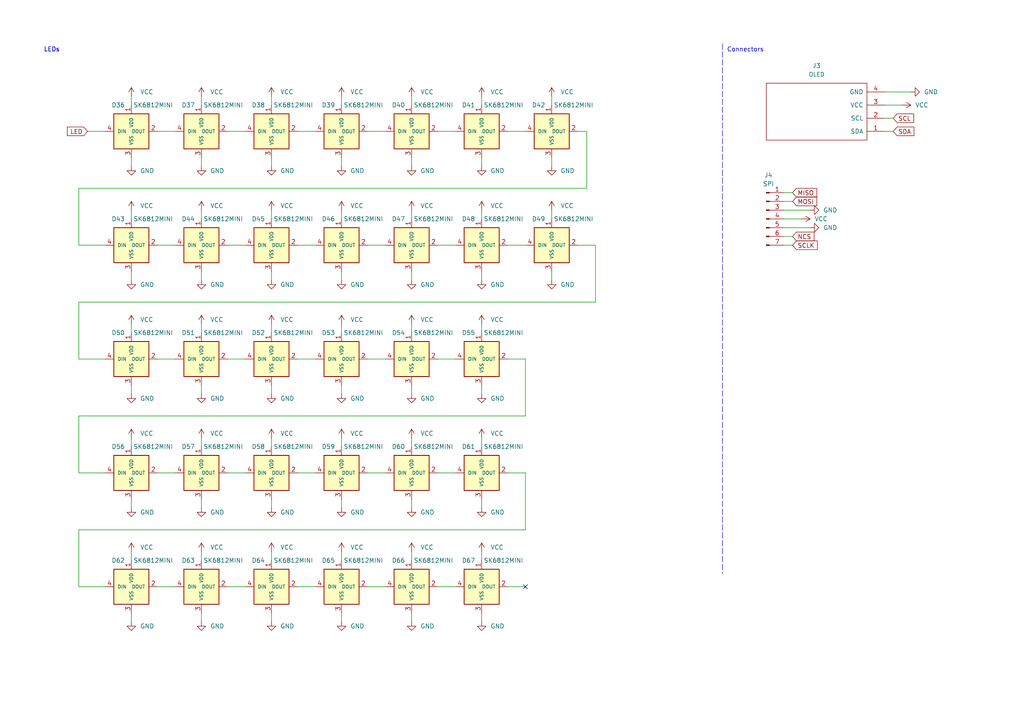
<source format=kicad_sch>
(kicad_sch (version 20211123) (generator eeschema)
  (paper "A4")
  (lib_symbols
    (symbol "ma8ic_split_69:Conn_01x07_Male" (pin_names (offset 1.016) hide)
      (property "Reference" "J" (at 0 10.16 0))
      (property "Value" "Conn_01x07_Male" (at 0 -10.16 0))
      (symbol "Conn_01x07_Male_1_1"
        (polyline (pts (xy 1.27 -7.62) (xy 0.8636 -7.62)) (stroke (width 0.1524)))
        (polyline (pts (xy 1.27 -5.08) (xy 0.8636 -5.08)) (stroke (width 0.1524)))
        (polyline (pts (xy 1.27 -2.54) (xy 0.8636 -2.54)) (stroke (width 0.1524)))
        (polyline (pts (xy 1.27 0) (xy 0.8636 0)) (stroke (width 0.1524)))
        (polyline (pts (xy 1.27 2.54) (xy 0.8636 2.54)) (stroke (width 0.1524)))
        (polyline (pts (xy 1.27 5.08) (xy 0.8636 5.08)) (stroke (width 0.1524)))
        (polyline (pts (xy 1.27 7.62) (xy 0.8636 7.62)) (stroke (width 0.1524)))
        (rectangle (start 0.8636 -7.493) (end 0 -7.747) (stroke (width 0.1524)) (fill (type outline)))
        (rectangle (start 0.8636 -4.953) (end 0 -5.207) (stroke (width 0.1524)) (fill (type outline)))
        (rectangle (start 0.8636 -2.413) (end 0 -2.667) (stroke (width 0.1524)) (fill (type outline)))
        (rectangle (start 0.8636 0.127) (end 0 -0.127) (stroke (width 0.1524)) (fill (type outline)))
        (rectangle (start 0.8636 2.667) (end 0 2.413) (stroke (width 0.1524)) (fill (type outline)))
        (rectangle (start 0.8636 5.207) (end 0 4.953) (stroke (width 0.1524)) (fill (type outline)))
        (rectangle (start 0.8636 7.747) (end 0 7.493) (stroke (width 0.1524)) (fill (type outline)))
        (pin passive line (at 5.08 7.62 180) (length 3.81) (name "Pin_1") (number "1"))
        (pin passive line (at 5.08 5.08 180) (length 3.81) (name "Pin_2") (number "2"))
        (pin passive line (at 5.08 2.54 180) (length 3.81) (name "Pin_3") (number "3"))
        (pin passive line (at 5.08 0 180) (length 3.81) (name "Pin_4") (number "4"))
        (pin passive line (at 5.08 -2.54 180) (length 3.81) (name "Pin_5") (number "5"))
        (pin passive line (at 5.08 -5.08 180) (length 3.81) (name "Pin_6") (number "6"))
        (pin passive line (at 5.08 -7.62 180) (length 3.81) (name "Pin_7") (number "7"))
      )
    )
    (symbol "ma8ic_split_69:GND" (power) (pin_names (offset 0))
      (property "Value" "GND" (at 0 -3.81 0))
      (symbol "GND_0_1"
        (polyline (pts (xy 0 0) (xy 0 -1.27) (xy 1.27 -1.27) (xy 0 -2.54) (xy -1.27 -1.27) (xy 0 -1.27)))
      )
      (symbol "GND_1_1"
        (pin power_in line (at 0 0 270) (length 0) hide (name "GND") (number "1"))
      )
    )
    (symbol "ma8ic_split_69:OLED" (pin_names (offset 1.016))
      (property "Reference" "J" (at 0 2.54 0))
      (property "Value" "OLED" (at 0 -1.27 0))
      (symbol "OLED_0_1"
        (rectangle (start -13.97 8.89) (end 15.24 -7.62))
      )
      (symbol "OLED_1_1"
        (pin bidirectional line (at -19.05 6.35 0) (length 5.08) (name "SDA") (number "1"))
        (pin bidirectional line (at -19.05 2.54 0) (length 5.08) (name "SCL") (number "2"))
        (pin power_in line (at -19.05 -1.27 0) (length 5.08) (name "VCC") (number "3"))
        (pin power_in line (at -19.05 -5.08 0) (length 5.08) (name "GND") (number "4"))
      )
    )
    (symbol "ma8ic_split_69:VCC" (power) (pin_names (offset 0))
      (property "Value" "VCC" (at 0 3.81 0))
      (symbol "VCC_0_1"
        (polyline (pts (xy -0.762 1.27) (xy 0 2.54)))
        (polyline (pts (xy 0 0) (xy 0 2.54)))
        (polyline (pts (xy 0 2.54) (xy 0.762 1.27)))
      )
      (symbol "VCC_1_1"
        (pin power_in line (at 0 0 90) (length 0) hide (name "VCC") (number "1"))
      )
    )
    (symbol "ma8ic_split_69:YS-SK6812MINI-E" (pin_names (offset 1.016))
      (property "Reference" "LED" (at 2.54 -7.62 0))
      (property "Value" "YS-SK6812MINI-E" (at 6.35 -6.35 0))
      (symbol "YS-SK6812MINI-E_0_1"
        (rectangle (start -5.08 5.08) (end 5.08 -5.08) (stroke (width 0.254)) (fill (type background)))
      )
      (symbol "YS-SK6812MINI-E_1_1"
        (pin power_in line (at 0 7.62 270) (length 2.54) (name "VDD") (number "1"))
        (pin output line (at 7.62 0 180) (length 2.54) (name "DOUT") (number "2"))
        (pin power_in line (at 0 -7.62 90) (length 2.54) (name "VSS") (number "3"))
        (pin input line (at -7.62 0 0) (length 2.54) (name "DIN") (number "4"))
      )
    )
  )
  (no_connect (at 152.4 170.18))
  (wire (pts (xy 45.72 38.1) (xy 50.8 38.1)))
  (wire (pts (xy 139.7 177.8) (xy 139.7 180.34)))
  (wire (pts (xy 256.54 34.29) (xy 259.08 34.29)))
  (wire (pts (xy 119.38 111.76) (xy 119.38 114.3)))
  (wire (pts (xy 22.86 137.16) (xy 30.48 137.16)))
  (wire (pts (xy 58.42 144.78) (xy 58.42 147.32)))
  (wire (pts (xy 22.86 104.14) (xy 30.48 104.14)))
  (wire (pts (xy 139.7 93.98) (xy 139.7 96.52)))
  (wire (pts (xy 66.04 71.12) (xy 71.12 71.12)))
  (wire (pts (xy 139.7 45.72) (xy 139.7 48.26)))
  (wire (pts (xy 58.42 127) (xy 58.42 129.54)))
  (wire (pts (xy 106.68 104.14) (xy 111.76 104.14)))
  (wire (pts (xy 66.04 137.16) (xy 71.12 137.16)))
  (wire (pts (xy 86.36 170.18) (xy 91.44 170.18)))
  (wire (pts (xy 227.33 60.96) (xy 234.95 60.96)))
  (wire (pts (xy 78.74 78.74) (xy 78.74 81.28)))
  (wire (pts (xy 106.68 137.16) (xy 111.76 137.16)))
  (wire (pts (xy 119.38 27.94) (xy 119.38 30.48)))
  (wire (pts (xy 78.74 27.94) (xy 78.74 30.48)))
  (wire (pts (xy 170.18 38.1) (xy 170.18 54.61)))
  (wire (pts (xy 99.06 60.96) (xy 99.06 63.5)))
  (wire (pts (xy 227.33 58.42) (xy 229.87 58.42)))
  (wire (pts (xy 58.42 60.96) (xy 58.42 63.5)))
  (wire (pts (xy 86.36 71.12) (xy 91.44 71.12)))
  (wire (pts (xy 147.32 71.12) (xy 152.4 71.12)))
  (wire (pts (xy 256.54 26.67) (xy 264.16 26.67)))
  (wire (pts (xy 99.06 27.94) (xy 99.06 30.48)))
  (wire (pts (xy 86.36 104.14) (xy 91.44 104.14)))
  (wire (pts (xy 99.06 160.02) (xy 99.06 162.56)))
  (wire (pts (xy 78.74 127) (xy 78.74 129.54)))
  (wire (pts (xy 139.7 111.76) (xy 139.7 114.3)))
  (wire (pts (xy 66.04 170.18) (xy 71.12 170.18)))
  (wire (pts (xy 38.1 93.98) (xy 38.1 96.52)))
  (wire (pts (xy 256.54 38.1) (xy 259.08 38.1)))
  (wire (pts (xy 45.72 71.12) (xy 50.8 71.12)))
  (wire (pts (xy 78.74 60.96) (xy 78.74 63.5)))
  (wire (pts (xy 38.1 127) (xy 38.1 129.54)))
  (wire (pts (xy 38.1 45.72) (xy 38.1 48.26)))
  (wire (pts (xy 22.86 120.65) (xy 22.86 137.16)))
  (wire (pts (xy 99.06 177.8) (xy 99.06 180.34)))
  (wire (pts (xy 25.4 38.1) (xy 30.48 38.1)))
  (wire (pts (xy 167.64 71.12) (xy 172.72 71.12)))
  (wire (pts (xy 99.06 78.74) (xy 99.06 81.28)))
  (wire (pts (xy 22.86 71.12) (xy 30.48 71.12)))
  (wire (pts (xy 58.42 160.02) (xy 58.42 162.56)))
  (wire (pts (xy 127 170.18) (xy 132.08 170.18)))
  (wire (pts (xy 99.06 45.72) (xy 99.06 48.26)))
  (wire (pts (xy 38.1 60.96) (xy 38.1 63.5)))
  (wire (pts (xy 160.02 45.72) (xy 160.02 48.26)))
  (wire (pts (xy 22.86 87.63) (xy 22.86 104.14)))
  (wire (pts (xy 58.42 45.72) (xy 58.42 48.26)))
  (wire (pts (xy 38.1 111.76) (xy 38.1 114.3)))
  (wire (pts (xy 99.06 127) (xy 99.06 129.54)))
  (wire (pts (xy 139.7 160.02) (xy 139.7 162.56)))
  (wire (pts (xy 139.7 127) (xy 139.7 129.54)))
  (wire (pts (xy 106.68 38.1) (xy 111.76 38.1)))
  (wire (pts (xy 119.38 127) (xy 119.38 129.54)))
  (wire (pts (xy 139.7 60.96) (xy 139.7 63.5)))
  (wire (pts (xy 172.72 71.12) (xy 172.72 87.63)))
  (wire (pts (xy 45.72 104.14) (xy 50.8 104.14)))
  (polyline (pts (xy 209.55 12.7) (xy 209.55 166.37)))
  (wire (pts (xy 147.32 104.14) (xy 152.4 104.14)))
  (wire (pts (xy 147.32 38.1) (xy 152.4 38.1)))
  (wire (pts (xy 152.4 120.65) (xy 22.86 120.65)))
  (wire (pts (xy 227.33 55.88) (xy 229.87 55.88)))
  (wire (pts (xy 45.72 137.16) (xy 50.8 137.16)))
  (wire (pts (xy 78.74 93.98) (xy 78.74 96.52)))
  (wire (pts (xy 152.4 153.67) (xy 22.86 153.67)))
  (wire (pts (xy 119.38 160.02) (xy 119.38 162.56)))
  (wire (pts (xy 127 104.14) (xy 132.08 104.14)))
  (wire (pts (xy 127 71.12) (xy 132.08 71.12)))
  (wire (pts (xy 78.74 177.8) (xy 78.74 180.34)))
  (wire (pts (xy 86.36 137.16) (xy 91.44 137.16)))
  (wire (pts (xy 160.02 27.94) (xy 160.02 30.48)))
  (wire (pts (xy 147.32 170.18) (xy 152.4 170.18)))
  (wire (pts (xy 160.02 60.96) (xy 160.02 63.5)))
  (wire (pts (xy 119.38 144.78) (xy 119.38 147.32)))
  (wire (pts (xy 227.33 63.5) (xy 232.41 63.5)))
  (wire (pts (xy 78.74 160.02) (xy 78.74 162.56)))
  (wire (pts (xy 106.68 170.18) (xy 111.76 170.18)))
  (wire (pts (xy 119.38 93.98) (xy 119.38 96.52)))
  (wire (pts (xy 127 38.1) (xy 132.08 38.1)))
  (wire (pts (xy 119.38 78.74) (xy 119.38 81.28)))
  (wire (pts (xy 119.38 45.72) (xy 119.38 48.26)))
  (wire (pts (xy 170.18 54.61) (xy 22.86 54.61)))
  (wire (pts (xy 99.06 111.76) (xy 99.06 114.3)))
  (wire (pts (xy 38.1 160.02) (xy 38.1 162.56)))
  (wire (pts (xy 256.54 30.48) (xy 261.62 30.48)))
  (wire (pts (xy 22.86 170.18) (xy 30.48 170.18)))
  (wire (pts (xy 78.74 111.76) (xy 78.74 114.3)))
  (wire (pts (xy 139.7 144.78) (xy 139.7 147.32)))
  (wire (pts (xy 119.38 177.8) (xy 119.38 180.34)))
  (wire (pts (xy 86.36 38.1) (xy 91.44 38.1)))
  (wire (pts (xy 152.4 137.16) (xy 152.4 153.67)))
  (wire (pts (xy 58.42 177.8) (xy 58.42 180.34)))
  (wire (pts (xy 58.42 27.94) (xy 58.42 30.48)))
  (wire (pts (xy 99.06 144.78) (xy 99.06 147.32)))
  (wire (pts (xy 22.86 153.67) (xy 22.86 170.18)))
  (wire (pts (xy 66.04 104.14) (xy 71.12 104.14)))
  (wire (pts (xy 227.33 71.12) (xy 229.87 71.12)))
  (wire (pts (xy 106.68 71.12) (xy 111.76 71.12)))
  (wire (pts (xy 38.1 78.74) (xy 38.1 81.28)))
  (wire (pts (xy 152.4 104.14) (xy 152.4 120.65)))
  (wire (pts (xy 78.74 144.78) (xy 78.74 147.32)))
  (wire (pts (xy 78.74 45.72) (xy 78.74 48.26)))
  (wire (pts (xy 139.7 78.74) (xy 139.7 81.28)))
  (wire (pts (xy 127 137.16) (xy 132.08 137.16)))
  (wire (pts (xy 45.72 170.18) (xy 50.8 170.18)))
  (wire (pts (xy 227.33 66.04) (xy 234.95 66.04)))
  (wire (pts (xy 139.7 27.94) (xy 139.7 30.48)))
  (wire (pts (xy 22.86 54.61) (xy 22.86 71.12)))
  (wire (pts (xy 38.1 27.94) (xy 38.1 30.48)))
  (wire (pts (xy 38.1 177.8) (xy 38.1 180.34)))
  (wire (pts (xy 58.42 111.76) (xy 58.42 114.3)))
  (wire (pts (xy 58.42 93.98) (xy 58.42 96.52)))
  (wire (pts (xy 227.33 68.58) (xy 229.87 68.58)))
  (wire (pts (xy 172.72 87.63) (xy 22.86 87.63)))
  (wire (pts (xy 167.64 38.1) (xy 170.18 38.1)))
  (wire (pts (xy 38.1 144.78) (xy 38.1 147.32)))
  (wire (pts (xy 147.32 137.16) (xy 152.4 137.16)))
  (wire (pts (xy 58.42 78.74) (xy 58.42 81.28)))
  (wire (pts (xy 99.06 93.98) (xy 99.06 96.52)))
  (wire (pts (xy 119.38 60.96) (xy 119.38 63.5)))
  (wire (pts (xy 66.04 38.1) (xy 71.12 38.1)))
  (wire (pts (xy 160.02 78.74) (xy 160.02 81.28)))
  (text "LEDs" (at 12.7 15.24 0) (effects (font (size 1.27 1.27)) (justify left bottom)))
  (text "LEDs" (at 12.7 15.24 0) (effects (font (size 1.27 1.27)) (justify left bottom)))
  (text "Connectors" (at 210.82 15.24 0) (effects (font (size 1.27 1.27)) (justify left bottom)))
  (global_label "SCLK" (shape input) (at 229.87 71.12 0) (property "Intersheet References" "${INTERSHEET_REFS}" (effects hide)))
  (global_label "SCL" (shape input) (at 259.08 34.29 0) (property "Intersheet References" "${INTERSHEET_REFS}" (effects hide)))
  (global_label "NCS" (shape input) (at 229.87 68.58 0) (property "Intersheet References" "${INTERSHEET_REFS}" (effects hide)))
  (global_label "MOSI" (shape input) (at 229.87 58.42 0) (property "Intersheet References" "${INTERSHEET_REFS}" (effects hide)))
  (global_label "LED" (shape input) (at 25.4 38.1 180) (property "Intersheet References" "${INTERSHEET_REFS}" (effects hide)))
  (global_label "MISO" (shape input) (at 229.87 55.88 0) (property "Intersheet References" "${INTERSHEET_REFS}" (effects hide)))
  (global_label "SDA" (shape input) (at 259.08 38.1 0) (property "Intersheet References" "${INTERSHEET_REFS}" (effects hide)))
  (symbol (lib_id "ma8ic_split_69:VCC") (at 38.1 160.02 0) (unit 1)
    (property "Reference" "#PWR087" (effects hide))
    (property "Value" "VCC" (at 40.64 158.7499 0) (effects (justify left)))
  )
  (symbol (lib_id "ma8ic_split_69:YS-SK6812MINI-E") (at 99.06 104.14 0) (unit 1)
    (property "Reference" "D53" (at 95.25 96.52 0))
    (property "Value" "SK6812MINI" (at 105.41 96.52 0))
    (property "Footprint" "ma8ic_split_69:YS-SK6812MINI-E" (effects hide))
    (property "Datasheet" "https://cdn-shop.adafruit.com/product-files/2686/SK6812MINI_REV.01-1-2.pdf" (effects hide))
    (property "LCSC" "C5149201" (effects hide))
  )
  (symbol (lib_id "ma8ic_split_69:VCC") (at 78.74 127 0) (unit 1)
    (property "Reference" "#PWR077" (effects hide))
    (property "Value" "VCC" (at 81.28 125.7299 0) (effects (justify left)))
  )
  (symbol (lib_id "ma8ic_split_69:GND") (at 119.38 48.26 0) (unit 1)
    (property "Reference" "#PWR043" (effects hide))
    (property "Value" "GND" (at 121.92 49.5299 0) (effects (justify left)))
  )
  (symbol (lib_id "ma8ic_split_69:GND") (at 99.06 180.34 0) (unit 1)
    (property "Reference" "#PWR096" (effects hide))
    (property "Value" "GND" (at 101.6 181.6099 0) (effects (justify left)))
  )
  (symbol (lib_id "ma8ic_split_69:GND") (at 58.42 147.32 0) (unit 1)
    (property "Reference" "#PWR082" (effects hide))
    (property "Value" "GND" (at 60.96 148.5899 0) (effects (justify left)))
  )
  (symbol (lib_id "ma8ic_split_69:GND") (at 58.42 114.3 0) (unit 1)
    (property "Reference" "#PWR070" (effects hide))
    (property "Value" "GND" (at 60.96 115.5699 0) (effects (justify left)))
  )
  (symbol (lib_id "ma8ic_split_69:GND") (at 234.95 60.96 90) (unit 1)
    (property "Reference" "#PWR053" (effects hide))
    (property "Value" "GND" (at 238.76 60.9599 90) (effects (justify right)))
  )
  (symbol (lib_id "ma8ic_split_69:VCC") (at 58.42 60.96 0) (unit 1)
    (property "Reference" "#PWR047" (effects hide))
    (property "Value" "VCC" (at 60.96 59.6899 0) (effects (justify left)))
  )
  (symbol (lib_id "ma8ic_split_69:GND") (at 78.74 48.26 0) (unit 1)
    (property "Reference" "#PWR041" (effects hide))
    (property "Value" "GND" (at 81.28 49.5299 0) (effects (justify left)))
  )
  (symbol (lib_id "ma8ic_split_69:YS-SK6812MINI-E") (at 139.7 38.1 0) (unit 1)
    (property "Reference" "D41" (at 135.89 30.48 0))
    (property "Value" "SK6812MINI" (at 146.05 30.48 0))
    (property "Footprint" "ma8ic_split_69:YS-SK6812MINI-E" (effects hide))
    (property "Datasheet" "https://cdn-shop.adafruit.com/product-files/2686/SK6812MINI_REV.01-1-2.pdf" (effects hide))
    (property "LCSC" "C5149201" (effects hide))
  )
  (symbol (lib_id "ma8ic_split_69:YS-SK6812MINI-E") (at 119.38 137.16 0) (unit 1)
    (property "Reference" "D60" (at 115.57 129.54 0))
    (property "Value" "SK6812MINI" (at 125.73 129.54 0))
    (property "Footprint" "ma8ic_split_69:YS-SK6812MINI-E" (effects hide))
    (property "Datasheet" "https://cdn-shop.adafruit.com/product-files/2686/SK6812MINI_REV.01-1-2.pdf" (effects hide))
    (property "LCSC" "C5149201" (effects hide))
  )
  (symbol (lib_id "ma8ic_split_69:GND") (at 78.74 81.28 0) (unit 1)
    (property "Reference" "#PWR058" (effects hide))
    (property "Value" "GND" (at 81.28 82.5499 0) (effects (justify left)))
  )
  (symbol (lib_id "ma8ic_split_69:VCC") (at 99.06 60.96 0) (unit 1)
    (property "Reference" "#PWR049" (effects hide))
    (property "Value" "VCC" (at 101.6 59.6899 0) (effects (justify left)))
  )
  (symbol (lib_id "ma8ic_split_69:VCC") (at 38.1 127 0) (unit 1)
    (property "Reference" "#PWR075" (effects hide))
    (property "Value" "VCC" (at 40.64 125.7299 0) (effects (justify left)))
  )
  (symbol (lib_id "ma8ic_split_69:YS-SK6812MINI-E") (at 139.7 71.12 0) (unit 1)
    (property "Reference" "D48" (at 135.89 63.5 0))
    (property "Value" "SK6812MINI" (at 146.05 63.5 0))
    (property "Footprint" "ma8ic_split_69:YS-SK6812MINI-E" (effects hide))
    (property "Datasheet" "https://cdn-shop.adafruit.com/product-files/2686/SK6812MINI_REV.01-1-2.pdf" (effects hide))
    (property "LCSC" "C5149201" (effects hide))
  )
  (symbol (lib_id "ma8ic_split_69:GND") (at 139.7 147.32 0) (unit 1)
    (property "Reference" "#PWR086" (effects hide))
    (property "Value" "GND" (at 142.24 148.5899 0) (effects (justify left)))
  )
  (symbol (lib_id "ma8ic_split_69:GND") (at 99.06 81.28 0) (unit 1)
    (property "Reference" "#PWR059" (effects hide))
    (property "Value" "GND" (at 101.6 82.5499 0) (effects (justify left)))
  )
  (symbol (lib_id "ma8ic_split_69:GND") (at 139.7 114.3 0) (unit 1)
    (property "Reference" "#PWR074" (effects hide))
    (property "Value" "GND" (at 142.24 115.5699 0) (effects (justify left)))
  )
  (symbol (lib_id "ma8ic_split_69:VCC") (at 261.62 30.48 270) (unit 1)
    (property "Reference" "#PWR038" (effects hide))
    (property "Value" "VCC" (at 265.43 30.4799 90) (effects (justify left)))
  )
  (symbol (lib_id "ma8ic_split_69:YS-SK6812MINI-E") (at 78.74 71.12 0) (unit 1)
    (property "Reference" "D45" (at 74.93 63.5 0))
    (property "Value" "SK6812MINI" (at 85.09 63.5 0))
    (property "Footprint" "ma8ic_split_69:YS-SK6812MINI-E" (effects hide))
    (property "Datasheet" "https://cdn-shop.adafruit.com/product-files/2686/SK6812MINI_REV.01-1-2.pdf" (effects hide))
    (property "LCSC" "C5149201" (effects hide))
  )
  (symbol (lib_id "ma8ic_split_69:GND") (at 119.38 147.32 0) (unit 1)
    (property "Reference" "#PWR085" (effects hide))
    (property "Value" "GND" (at 121.92 148.5899 0) (effects (justify left)))
  )
  (symbol (lib_id "ma8ic_split_69:GND") (at 58.42 48.26 0) (unit 1)
    (property "Reference" "#PWR040" (effects hide))
    (property "Value" "GND" (at 60.96 49.5299 0) (effects (justify left)))
  )
  (symbol (lib_id "ma8ic_split_69:YS-SK6812MINI-E") (at 58.42 104.14 0) (unit 1)
    (property "Reference" "D51" (at 54.61 96.52 0))
    (property "Value" "SK6812MINI" (at 64.77 96.52 0))
    (property "Footprint" "ma8ic_split_69:YS-SK6812MINI-E" (effects hide))
    (property "Datasheet" "https://cdn-shop.adafruit.com/product-files/2686/SK6812MINI_REV.01-1-2.pdf" (effects hide))
    (property "LCSC" "C5149201" (effects hide))
  )
  (symbol (lib_id "ma8ic_split_69:YS-SK6812MINI-E") (at 139.7 104.14 0) (unit 1)
    (property "Reference" "D55" (at 135.89 96.52 0))
    (property "Value" "SK6812MINI" (at 146.05 96.52 0))
    (property "Footprint" "ma8ic_split_69:YS-SK6812MINI-E" (effects hide))
    (property "Datasheet" "https://cdn-shop.adafruit.com/product-files/2686/SK6812MINI_REV.01-1-2.pdf" (effects hide))
    (property "LCSC" "C5149201" (effects hide))
  )
  (symbol (lib_id "ma8ic_split_69:GND") (at 139.7 180.34 0) (unit 1)
    (property "Reference" "#PWR098" (effects hide))
    (property "Value" "GND" (at 142.24 181.6099 0) (effects (justify left)))
  )
  (symbol (lib_id "ma8ic_split_69:YS-SK6812MINI-E") (at 38.1 104.14 0) (unit 1)
    (property "Reference" "D50" (at 34.29 96.52 0))
    (property "Value" "SK6812MINI" (at 44.45 96.52 0))
    (property "Footprint" "ma8ic_split_69:YS-SK6812MINI-E" (effects hide))
    (property "Datasheet" "https://cdn-shop.adafruit.com/product-files/2686/SK6812MINI_REV.01-1-2.pdf" (effects hide))
    (property "LCSC" "C5149201" (effects hide))
  )
  (symbol (lib_id "ma8ic_split_69:YS-SK6812MINI-E") (at 139.7 137.16 0) (unit 1)
    (property "Reference" "D61" (at 135.89 129.54 0))
    (property "Value" "SK6812MINI" (at 146.05 129.54 0))
    (property "Footprint" "ma8ic_split_69:YS-SK6812MINI-E" (effects hide))
    (property "Datasheet" "https://cdn-shop.adafruit.com/product-files/2686/SK6812MINI_REV.01-1-2.pdf" (effects hide))
    (property "LCSC" "C5149201" (effects hide))
  )
  (symbol (lib_id "ma8ic_split_69:GND") (at 160.02 48.26 0) (unit 1)
    (property "Reference" "#PWR045" (effects hide))
    (property "Value" "GND" (at 162.56 49.5299 0) (effects (justify left)))
  )
  (symbol (lib_id "ma8ic_split_69:VCC") (at 119.38 60.96 0) (unit 1)
    (property "Reference" "#PWR050" (effects hide))
    (property "Value" "VCC" (at 121.92 59.6899 0) (effects (justify left)))
  )
  (symbol (lib_id "ma8ic_split_69:VCC") (at 119.38 27.94 0) (unit 1)
    (property "Reference" "#PWR035" (effects hide))
    (property "Value" "VCC" (at 121.92 26.6699 0) (effects (justify left)))
  )
  (symbol (lib_id "ma8ic_split_69:GND") (at 38.1 114.3 0) (unit 1)
    (property "Reference" "#PWR069" (effects hide))
    (property "Value" "GND" (at 40.64 115.5699 0) (effects (justify left)))
  )
  (symbol (lib_id "ma8ic_split_69:GND") (at 38.1 147.32 0) (unit 1)
    (property "Reference" "#PWR081" (effects hide))
    (property "Value" "GND" (at 40.64 148.5899 0) (effects (justify left)))
  )
  (symbol (lib_id "ma8ic_split_69:YS-SK6812MINI-E") (at 58.42 71.12 0) (unit 1)
    (property "Reference" "D44" (at 54.61 63.5 0))
    (property "Value" "SK6812MINI" (at 64.77 63.5 0))
    (property "Footprint" "ma8ic_split_69:YS-SK6812MINI-E" (effects hide))
    (property "Datasheet" "https://cdn-shop.adafruit.com/product-files/2686/SK6812MINI_REV.01-1-2.pdf" (effects hide))
    (property "LCSC" "C5149201" (effects hide))
  )
  (symbol (lib_id "ma8ic_split_69:GND") (at 139.7 81.28 0) (unit 1)
    (property "Reference" "#PWR061" (effects hide))
    (property "Value" "GND" (at 142.24 82.5499 0) (effects (justify left)))
  )
  (symbol (lib_id "ma8ic_split_69:VCC") (at 119.38 93.98 0) (unit 1)
    (property "Reference" "#PWR067" (effects hide))
    (property "Value" "VCC" (at 121.92 92.7099 0) (effects (justify left)))
  )
  (symbol (lib_id "ma8ic_split_69:GND") (at 78.74 180.34 0) (unit 1)
    (property "Reference" "#PWR095" (effects hide))
    (property "Value" "GND" (at 81.28 181.6099 0) (effects (justify left)))
  )
  (symbol (lib_id "ma8ic_split_69:VCC") (at 58.42 160.02 0) (unit 1)
    (property "Reference" "#PWR088" (effects hide))
    (property "Value" "VCC" (at 60.96 158.7499 0) (effects (justify left)))
  )
  (symbol (lib_id "ma8ic_split_69:GND") (at 58.42 81.28 0) (unit 1)
    (property "Reference" "#PWR057" (effects hide))
    (property "Value" "GND" (at 60.96 82.5499 0) (effects (justify left)))
  )
  (symbol (lib_id "ma8ic_split_69:YS-SK6812MINI-E") (at 119.38 104.14 0) (unit 1)
    (property "Reference" "D54" (at 115.57 96.52 0))
    (property "Value" "SK6812MINI" (at 125.73 96.52 0))
    (property "Footprint" "ma8ic_split_69:YS-SK6812MINI-E" (effects hide))
    (property "Datasheet" "https://cdn-shop.adafruit.com/product-files/2686/SK6812MINI_REV.01-1-2.pdf" (effects hide))
    (property "LCSC" "C5149201" (effects hide))
  )
  (symbol (lib_id "ma8ic_split_69:VCC") (at 78.74 27.94 0) (unit 1)
    (property "Reference" "#PWR033" (effects hide))
    (property "Value" "VCC" (at 81.28 26.6699 0) (effects (justify left)))
  )
  (symbol (lib_id "ma8ic_split_69:VCC") (at 232.41 63.5 270) (unit 1)
    (property "Reference" "#PWR054" (effects hide))
    (property "Value" "VCC" (at 236.22 63.4999 90) (effects (justify left)))
  )
  (symbol (lib_id "ma8ic_split_69:GND") (at 234.95 66.04 90) (unit 1)
    (property "Reference" "#PWR055" (effects hide))
    (property "Value" "GND" (at 238.76 66.0399 90) (effects (justify right)))
  )
  (symbol (lib_id "ma8ic_split_69:YS-SK6812MINI-E") (at 139.7 170.18 0) (unit 1)
    (property "Reference" "D67" (at 135.89 162.56 0))
    (property "Value" "SK6812MINI" (at 146.05 162.56 0))
    (property "Footprint" "ma8ic_split_69:YS-SK6812MINI-E" (effects hide))
    (property "Datasheet" "https://cdn-shop.adafruit.com/product-files/2686/SK6812MINI_REV.01-1-2.pdf" (effects hide))
    (property "LCSC" "C5149201" (effects hide))
  )
  (symbol (lib_id "ma8ic_split_69:VCC") (at 38.1 93.98 0) (unit 1)
    (property "Reference" "#PWR063" (effects hide))
    (property "Value" "VCC" (at 40.64 92.7099 0) (effects (justify left)))
  )
  (symbol (lib_id "ma8ic_split_69:GND") (at 119.38 81.28 0) (unit 1)
    (property "Reference" "#PWR060" (effects hide))
    (property "Value" "GND" (at 121.92 82.5499 0) (effects (justify left)))
  )
  (symbol (lib_id "ma8ic_split_69:YS-SK6812MINI-E") (at 58.42 38.1 0) (unit 1)
    (property "Reference" "D37" (at 54.61 30.48 0))
    (property "Value" "SK6812MINI" (at 64.77 30.48 0))
    (property "Footprint" "ma8ic_split_69:YS-SK6812MINI-E" (effects hide))
    (property "Datasheet" "https://cdn-shop.adafruit.com/product-files/2686/SK6812MINI_REV.01-1-2.pdf" (effects hide))
    (property "LCSC" "C5149201" (effects hide))
  )
  (symbol (lib_id "ma8ic_split_69:VCC") (at 58.42 127 0) (unit 1)
    (property "Reference" "#PWR076" (effects hide))
    (property "Value" "VCC" (at 60.96 125.7299 0) (effects (justify left)))
  )
  (symbol (lib_id "ma8ic_split_69:YS-SK6812MINI-E") (at 99.06 38.1 0) (unit 1)
    (property "Reference" "D39" (at 95.25 30.48 0))
    (property "Value" "SK6812MINI" (at 105.41 30.48 0))
    (property "Footprint" "ma8ic_split_69:YS-SK6812MINI-E" (effects hide))
    (property "Datasheet" "https://cdn-shop.adafruit.com/product-files/2686/SK6812MINI_REV.01-1-2.pdf" (effects hide))
    (property "LCSC" "C5149201" (effects hide))
  )
  (symbol (lib_id "ma8ic_split_69:YS-SK6812MINI-E") (at 119.38 170.18 0) (unit 1)
    (property "Reference" "D66" (at 115.57 162.56 0))
    (property "Value" "SK6812MINI" (at 125.73 162.56 0))
    (property "Footprint" "ma8ic_split_69:YS-SK6812MINI-E" (effects hide))
    (property "Datasheet" "https://cdn-shop.adafruit.com/product-files/2686/SK6812MINI_REV.01-1-2.pdf" (effects hide))
    (property "LCSC" "C5149201" (effects hide))
  )
  (symbol (lib_id "ma8ic_split_69:VCC") (at 99.06 127 0) (unit 1)
    (property "Reference" "#PWR078" (effects hide))
    (property "Value" "VCC" (at 101.6 125.7299 0) (effects (justify left)))
  )
  (symbol (lib_id "ma8ic_split_69:GND") (at 160.02 81.28 0) (unit 1)
    (property "Reference" "#PWR062" (effects hide))
    (property "Value" "GND" (at 162.56 82.5499 0) (effects (justify left)))
  )
  (symbol (lib_id "ma8ic_split_69:YS-SK6812MINI-E") (at 160.02 71.12 0) (unit 1)
    (property "Reference" "D49" (at 156.21 63.5 0))
    (property "Value" "SK6812MINI" (at 166.37 63.5 0))
    (property "Footprint" "ma8ic_split_69:YS-SK6812MINI-E" (effects hide))
    (property "Datasheet" "https://cdn-shop.adafruit.com/product-files/2686/SK6812MINI_REV.01-1-2.pdf" (effects hide))
    (property "LCSC" "C5149201" (effects hide))
  )
  (symbol (lib_id "ma8ic_split_69:YS-SK6812MINI-E") (at 99.06 71.12 0) (unit 1)
    (property "Reference" "D46" (at 95.25 63.5 0))
    (property "Value" "SK6812MINI" (at 105.41 63.5 0))
    (property "Footprint" "ma8ic_split_69:YS-SK6812MINI-E" (effects hide))
    (property "Datasheet" "https://cdn-shop.adafruit.com/product-files/2686/SK6812MINI_REV.01-1-2.pdf" (effects hide))
    (property "LCSC" "C5149201" (effects hide))
  )
  (symbol (lib_id "ma8ic_split_69:VCC") (at 78.74 93.98 0) (unit 1)
    (property "Reference" "#PWR065" (effects hide))
    (property "Value" "VCC" (at 81.28 92.7099 0) (effects (justify left)))
  )
  (symbol (lib_id "ma8ic_split_69:VCC") (at 99.06 27.94 0) (unit 1)
    (property "Reference" "#PWR034" (effects hide))
    (property "Value" "VCC" (at 101.6 26.6699 0) (effects (justify left)))
  )
  (symbol (lib_id "ma8ic_split_69:YS-SK6812MINI-E") (at 78.74 104.14 0) (unit 1)
    (property "Reference" "D52" (at 74.93 96.52 0))
    (property "Value" "SK6812MINI" (at 85.09 96.52 0))
    (property "Footprint" "ma8ic_split_69:YS-SK6812MINI-E" (effects hide))
    (property "Datasheet" "https://cdn-shop.adafruit.com/product-files/2686/SK6812MINI_REV.01-1-2.pdf" (effects hide))
    (property "LCSC" "C5149201" (effects hide))
  )
  (symbol (lib_id "ma8ic_split_69:VCC") (at 160.02 60.96 0) (unit 1)
    (property "Reference" "#PWR052" (effects hide))
    (property "Value" "VCC" (at 162.56 59.6899 0) (effects (justify left)))
  )
  (symbol (lib_id "ma8ic_split_69:OLED") (at 237.49 31.75 180) (unit 1)
    (property "Reference" "J3" (at 236.855 19.05 0) (effects (font (size 1.2954 1.2954))))
    (property "Value" "OLED" (at 236.855 21.59 0) (effects (font (size 1.1938 1.1938))))
    (property "Footprint" "ma8ic_split_69:OLED_v2" (effects hide))
  )
  (symbol (lib_id "ma8ic_split_69:GND") (at 38.1 81.28 0) (unit 1)
    (property "Reference" "#PWR056" (effects hide))
    (property "Value" "GND" (at 40.64 82.5499 0) (effects (justify left)))
  )
  (symbol (lib_id "ma8ic_split_69:VCC") (at 160.02 27.94 0) (unit 1)
    (property "Reference" "#PWR037" (effects hide))
    (property "Value" "VCC" (at 162.56 26.6699 0) (effects (justify left)))
  )
  (symbol (lib_id "ma8ic_split_69:YS-SK6812MINI-E") (at 38.1 71.12 0) (unit 1)
    (property "Reference" "D43" (at 34.29 63.5 0))
    (property "Value" "SK6812MINI" (at 44.45 63.5 0))
    (property "Footprint" "ma8ic_split_69:YS-SK6812MINI-E" (effects hide))
    (property "Datasheet" "https://cdn-shop.adafruit.com/product-files/2686/SK6812MINI_REV.01-1-2.pdf" (effects hide))
    (property "LCSC" "C5149201" (effects hide))
  )
  (symbol (lib_id "ma8ic_split_69:VCC") (at 119.38 160.02 0) (unit 1)
    (property "Reference" "#PWR091" (effects hide))
    (property "Value" "VCC" (at 121.92 158.7499 0) (effects (justify left)))
  )
  (symbol (lib_id "ma8ic_split_69:YS-SK6812MINI-E") (at 119.38 71.12 0) (unit 1)
    (property "Reference" "D47" (at 115.57 63.5 0))
    (property "Value" "SK6812MINI" (at 125.73 63.5 0))
    (property "Footprint" "ma8ic_split_69:YS-SK6812MINI-E" (effects hide))
    (property "Datasheet" "https://cdn-shop.adafruit.com/product-files/2686/SK6812MINI_REV.01-1-2.pdf" (effects hide))
    (property "LCSC" "C5149201" (effects hide))
  )
  (symbol (lib_id "ma8ic_split_69:YS-SK6812MINI-E") (at 38.1 137.16 0) (unit 1)
    (property "Reference" "D56" (at 34.29 129.54 0))
    (property "Value" "SK6812MINI" (at 44.45 129.54 0))
    (property "Footprint" "ma8ic_split_69:YS-SK6812MINI-E" (effects hide))
    (property "Datasheet" "https://cdn-shop.adafruit.com/product-files/2686/SK6812MINI_REV.01-1-2.pdf" (effects hide))
    (property "LCSC" "C5149201" (effects hide))
  )
  (symbol (lib_id "ma8ic_split_69:YS-SK6812MINI-E") (at 58.42 137.16 0) (unit 1)
    (property "Reference" "D57" (at 54.61 129.54 0))
    (property "Value" "SK6812MINI" (at 64.77 129.54 0))
    (property "Footprint" "ma8ic_split_69:YS-SK6812MINI-E" (effects hide))
    (property "Datasheet" "https://cdn-shop.adafruit.com/product-files/2686/SK6812MINI_REV.01-1-2.pdf" (effects hide))
    (property "LCSC" "C5149201" (effects hide))
  )
  (symbol (lib_id "ma8ic_split_69:VCC") (at 78.74 60.96 0) (unit 1)
    (property "Reference" "#PWR048" (effects hide))
    (property "Value" "VCC" (at 81.28 59.6899 0) (effects (justify left)))
  )
  (symbol (lib_id "ma8ic_split_69:YS-SK6812MINI-E") (at 160.02 38.1 0) (unit 1)
    (property "Reference" "D42" (at 156.21 30.48 0))
    (property "Value" "SK6812MINI" (at 166.37 30.48 0))
    (property "Footprint" "ma8ic_split_69:YS-SK6812MINI-E" (effects hide))
    (property "Datasheet" "https://cdn-shop.adafruit.com/product-files/2686/SK6812MINI_REV.01-1-2.pdf" (effects hide))
    (property "LCSC" "C5149201" (effects hide))
  )
  (symbol (lib_id "ma8ic_split_69:GND") (at 119.38 114.3 0) (unit 1)
    (property "Reference" "#PWR073" (effects hide))
    (property "Value" "GND" (at 121.92 115.5699 0) (effects (justify left)))
  )
  (symbol (lib_id "ma8ic_split_69:VCC") (at 119.38 127 0) (unit 1)
    (property "Reference" "#PWR079" (effects hide))
    (property "Value" "VCC" (at 121.92 125.7299 0) (effects (justify left)))
  )
  (symbol (lib_id "ma8ic_split_69:VCC") (at 139.7 93.98 0) (unit 1)
    (property "Reference" "#PWR068" (effects hide))
    (property "Value" "VCC" (at 142.24 92.7099 0) (effects (justify left)))
  )
  (symbol (lib_id "ma8ic_split_69:GND") (at 78.74 147.32 0) (unit 1)
    (property "Reference" "#PWR083" (effects hide))
    (property "Value" "GND" (at 81.28 148.5899 0) (effects (justify left)))
  )
  (symbol (lib_id "ma8ic_split_69:YS-SK6812MINI-E") (at 99.06 170.18 0) (unit 1)
    (property "Reference" "D65" (at 95.25 162.56 0))
    (property "Value" "SK6812MINI" (at 105.41 162.56 0))
    (property "Footprint" "ma8ic_split_69:YS-SK6812MINI-E" (effects hide))
    (property "Datasheet" "https://cdn-shop.adafruit.com/product-files/2686/SK6812MINI_REV.01-1-2.pdf" (effects hide))
    (property "LCSC" "C5149201" (effects hide))
  )
  (symbol (lib_id "ma8ic_split_69:YS-SK6812MINI-E") (at 78.74 137.16 0) (unit 1)
    (property "Reference" "D58" (at 74.93 129.54 0))
    (property "Value" "SK6812MINI" (at 85.09 129.54 0))
    (property "Footprint" "ma8ic_split_69:YS-SK6812MINI-E" (effects hide))
    (property "Datasheet" "https://cdn-shop.adafruit.com/product-files/2686/SK6812MINI_REV.01-1-2.pdf" (effects hide))
    (property "LCSC" "C5149201" (effects hide))
  )
  (symbol (lib_id "ma8ic_split_69:VCC") (at 139.7 160.02 0) (unit 1)
    (property "Reference" "#PWR092" (effects hide))
    (property "Value" "VCC" (at 142.24 158.7499 0) (effects (justify left)))
  )
  (symbol (lib_id "ma8ic_split_69:GND") (at 99.06 147.32 0) (unit 1)
    (property "Reference" "#PWR084" (effects hide))
    (property "Value" "GND" (at 101.6 148.5899 0) (effects (justify left)))
  )
  (symbol (lib_id "ma8ic_split_69:VCC") (at 58.42 93.98 0) (unit 1)
    (property "Reference" "#PWR064" (effects hide))
    (property "Value" "VCC" (at 60.96 92.7099 0) (effects (justify left)))
  )
  (symbol (lib_id "ma8ic_split_69:VCC") (at 58.42 27.94 0) (unit 1)
    (property "Reference" "#PWR032" (effects hide))
    (property "Value" "VCC" (at 60.96 26.6699 0) (effects (justify left)))
  )
  (symbol (lib_id "ma8ic_split_69:GND") (at 119.38 180.34 0) (unit 1)
    (property "Reference" "#PWR097" (effects hide))
    (property "Value" "GND" (at 121.92 181.6099 0) (effects (justify left)))
  )
  (symbol (lib_id "ma8ic_split_69:GND") (at 264.16 26.67 90) (unit 1)
    (property "Reference" "#PWR030" (effects hide))
    (property "Value" "GND" (at 267.97 26.6699 90) (effects (justify right)))
  )
  (symbol (lib_id "ma8ic_split_69:GND") (at 38.1 48.26 0) (unit 1)
    (property "Reference" "#PWR039" (effects hide))
    (property "Value" "GND" (at 40.64 49.5299 0) (effects (justify left)))
  )
  (symbol (lib_id "ma8ic_split_69:YS-SK6812MINI-E") (at 119.38 38.1 0) (unit 1)
    (property "Reference" "D40" (at 115.57 30.48 0))
    (property "Value" "SK6812MINI" (at 125.73 30.48 0))
    (property "Footprint" "ma8ic_split_69:YS-SK6812MINI-E" (effects hide))
    (property "Datasheet" "https://cdn-shop.adafruit.com/product-files/2686/SK6812MINI_REV.01-1-2.pdf" (effects hide))
    (property "LCSC" "C5149201" (effects hide))
  )
  (symbol (lib_id "ma8ic_split_69:VCC") (at 38.1 27.94 0) (unit 1)
    (property "Reference" "#PWR031" (effects hide))
    (property "Value" "VCC" (at 40.64 26.6699 0) (effects (justify left)))
  )
  (symbol (lib_id "ma8ic_split_69:YS-SK6812MINI-E") (at 99.06 137.16 0) (unit 1)
    (property "Reference" "D59" (at 95.25 129.54 0))
    (property "Value" "SK6812MINI" (at 105.41 129.54 0))
    (property "Footprint" "ma8ic_split_69:YS-SK6812MINI-E" (effects hide))
    (property "Datasheet" "https://cdn-shop.adafruit.com/product-files/2686/SK6812MINI_REV.01-1-2.pdf" (effects hide))
    (property "LCSC" "C5149201" (effects hide))
  )
  (symbol (lib_id "ma8ic_split_69:Conn_01x07_Male") (at 222.25 63.5 0) (unit 1)
    (property "Reference" "J4" (at 222.885 50.8 0))
    (property "Value" "SPI" (at 222.885 53.34 0))
    (property "Footprint" "ma8ic_split_69:PinSocket_1x07_P2.54mm_Vertical" (effects hide))
  )
  (symbol (lib_id "ma8ic_split_69:YS-SK6812MINI-E") (at 38.1 38.1 0) (unit 1)
    (property "Reference" "D36" (at 34.29 30.48 0))
    (property "Value" "SK6812MINI" (at 44.45 30.48 0))
    (property "Footprint" "ma8ic_split_69:YS-SK6812MINI-E" (effects hide))
    (property "Datasheet" "https://cdn-shop.adafruit.com/product-files/2686/SK6812MINI_REV.01-1-2.pdf" (effects hide))
    (property "LCSC" "C5149201" (effects hide))
  )
  (symbol (lib_id "ma8ic_split_69:GND") (at 139.7 48.26 0) (unit 1)
    (property "Reference" "#PWR044" (effects hide))
    (property "Value" "GND" (at 142.24 49.5299 0) (effects (justify left)))
  )
  (symbol (lib_id "ma8ic_split_69:GND") (at 99.06 114.3 0) (unit 1)
    (property "Reference" "#PWR072" (effects hide))
    (property "Value" "GND" (at 101.6 115.5699 0) (effects (justify left)))
  )
  (symbol (lib_id "ma8ic_split_69:VCC") (at 139.7 127 0) (unit 1)
    (property "Reference" "#PWR080" (effects hide))
    (property "Value" "VCC" (at 142.24 125.7299 0) (effects (justify left)))
  )
  (symbol (lib_id "ma8ic_split_69:VCC") (at 139.7 27.94 0) (unit 1)
    (property "Reference" "#PWR036" (effects hide))
    (property "Value" "VCC" (at 142.24 26.6699 0) (effects (justify left)))
  )
  (symbol (lib_id "ma8ic_split_69:VCC") (at 139.7 60.96 0) (unit 1)
    (property "Reference" "#PWR051" (effects hide))
    (property "Value" "VCC" (at 142.24 59.6899 0) (effects (justify left)))
  )
  (symbol (lib_id "ma8ic_split_69:GND") (at 38.1 180.34 0) (unit 1)
    (property "Reference" "#PWR093" (effects hide))
    (property "Value" "GND" (at 40.64 181.6099 0) (effects (justify left)))
  )
  (symbol (lib_id "ma8ic_split_69:YS-SK6812MINI-E") (at 58.42 170.18 0) (unit 1)
    (property "Reference" "D63" (at 54.61 162.56 0))
    (property "Value" "SK6812MINI" (at 64.77 162.56 0))
    (property "Footprint" "ma8ic_split_69:YS-SK6812MINI-E" (effects hide))
    (property "Datasheet" "https://cdn-shop.adafruit.com/product-files/2686/SK6812MINI_REV.01-1-2.pdf" (effects hide))
    (property "LCSC" "C5149201" (effects hide))
  )
  (symbol (lib_id "ma8ic_split_69:VCC") (at 99.06 93.98 0) (unit 1)
    (property "Reference" "#PWR066" (effects hide))
    (property "Value" "VCC" (at 101.6 92.7099 0) (effects (justify left)))
  )
  (symbol (lib_id "ma8ic_split_69:VCC") (at 38.1 60.96 0) (unit 1)
    (property "Reference" "#PWR046" (effects hide))
    (property "Value" "VCC" (at 40.64 59.6899 0) (effects (justify left)))
  )
  (symbol (lib_id "ma8ic_split_69:VCC") (at 99.06 160.02 0) (unit 1)
    (property "Reference" "#PWR090" (effects hide))
    (property "Value" "VCC" (at 101.6 158.7499 0) (effects (justify left)))
  )
  (symbol (lib_id "ma8ic_split_69:GND") (at 58.42 180.34 0) (unit 1)
    (property "Reference" "#PWR094" (effects hide))
    (property "Value" "GND" (at 60.96 181.6099 0) (effects (justify left)))
  )
  (symbol (lib_id "ma8ic_split_69:YS-SK6812MINI-E") (at 78.74 170.18 0) (unit 1)
    (property "Reference" "D64" (at 74.93 162.56 0))
    (property "Value" "SK6812MINI" (at 85.09 162.56 0))
    (property "Footprint" "ma8ic_split_69:YS-SK6812MINI-E" (effects hide))
    (property "Datasheet" "https://cdn-shop.adafruit.com/product-files/2686/SK6812MINI_REV.01-1-2.pdf" (effects hide))
    (property "LCSC" "C5149201" (effects hide))
  )
  (symbol (lib_id "ma8ic_split_69:GND") (at 78.74 114.3 0) (unit 1)
    (property "Reference" "#PWR071" (effects hide))
    (property "Value" "GND" (at 81.28 115.5699 0) (effects (justify left)))
  )
  (symbol (lib_id "ma8ic_split_69:YS-SK6812MINI-E") (at 78.74 38.1 0) (unit 1)
    (property "Reference" "D38" (at 74.93 30.48 0))
    (property "Value" "SK6812MINI" (at 85.09 30.48 0))
    (property "Footprint" "ma8ic_split_69:YS-SK6812MINI-E" (effects hide))
    (property "Datasheet" "https://cdn-shop.adafruit.com/product-files/2686/SK6812MINI_REV.01-1-2.pdf" (effects hide))
    (property "LCSC" "C5149201" (effects hide))
  )
  (symbol (lib_id "ma8ic_split_69:GND") (at 99.06 48.26 0) (unit 1)
    (property "Reference" "#PWR042" (effects hide))
    (property "Value" "GND" (at 101.6 49.5299 0) (effects (justify left)))
  )
  (symbol (lib_id "ma8ic_split_69:VCC") (at 78.74 160.02 0) (unit 1)
    (property "Reference" "#PWR089" (effects hide))
    (property "Value" "VCC" (at 81.28 158.7499 0) (effects (justify left)))
  )
  (symbol (lib_id "ma8ic_split_69:YS-SK6812MINI-E") (at 38.1 170.18 0) (unit 1)
    (property "Reference" "D62" (at 34.29 162.56 0))
    (property "Value" "SK6812MINI" (at 44.45 162.56 0))
    (property "Footprint" "ma8ic_split_69:YS-SK6812MINI-E" (effects hide))
    (property "Datasheet" "https://cdn-shop.adafruit.com/product-files/2686/SK6812MINI_REV.01-1-2.pdf" (effects hide))
    (property "LCSC" "C5149201" (effects hide))
  )
)
</source>
